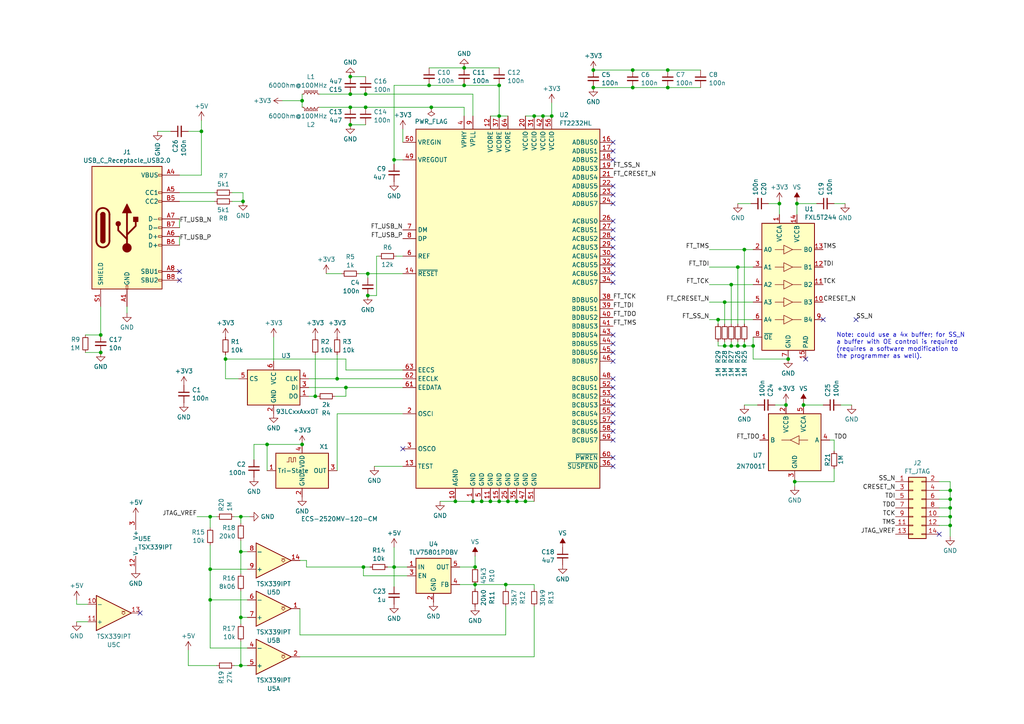
<source format=kicad_sch>
(kicad_sch (version 20230121) (generator eeschema)
  (paper "A4")
  (junction (at 210.185 100.33))
  (junction (at 29.21 102.235))
  (junction (at 227.965 117.475))
  (junction (at 226.06 59.055))
  (junction (at 183.515 25.4))
  (junction (at 149.86 145.415))
  (junction (at 114.3 164.465))
  (junction (at 125.095 31.115))
  (junction (at 139.7 145.415))
  (junction (at 101.6 27.305))
  (junction (at 101.6 31.115))
  (junction (at 70.485 58.42))
  (junction (at 69.85 149.86))
  (junction (at 77.47 128.905))
  (junction (at 137.795 164.465))
  (junction (at 213.995 100.33))
  (junction (at 275.59 152.4))
  (junction (at 69.85 179.07))
  (junction (at 193.675 25.4))
  (junction (at 172.085 25.4))
  (junction (at 154.94 33.655))
  (junction (at 100.33 112.395))
  (junction (at 146.685 169.545))
  (junction (at 106.68 85.725))
  (junction (at 228.6 104.14))
  (junction (at 60.96 149.86))
  (junction (at 87.63 128.905))
  (junction (at 212.09 100.33))
  (junction (at 58.42 38.1))
  (junction (at 137.16 145.415))
  (junction (at 105.41 164.465))
  (junction (at 114.3 46.355))
  (junction (at 230.505 139.7))
  (junction (at 97.79 109.855))
  (junction (at 124.46 24.765))
  (junction (at 106.045 27.305))
  (junction (at 157.48 33.655))
  (junction (at 233.045 117.475))
  (junction (at 144.78 33.655))
  (junction (at 215.9 72.39))
  (junction (at 210.185 87.63))
  (junction (at 152.4 145.415))
  (junction (at 134.62 19.685))
  (junction (at 218.44 100.33))
  (junction (at 132.08 145.415))
  (junction (at 275.59 142.24))
  (junction (at 213.995 77.47))
  (junction (at 87.63 29.21))
  (junction (at 231.14 59.055))
  (junction (at 144.78 24.765))
  (junction (at 106.045 31.115))
  (junction (at 147.32 145.415))
  (junction (at 215.9 100.33))
  (junction (at 172.085 20.32))
  (junction (at 60.96 165.1))
  (junction (at 134.62 24.765))
  (junction (at 208.28 92.71))
  (junction (at 275.59 144.78))
  (junction (at 144.78 145.415))
  (junction (at 275.59 149.86))
  (junction (at 160.02 33.655))
  (junction (at 65.405 104.14))
  (junction (at 142.24 145.415))
  (junction (at 91.44 114.935))
  (junction (at 69.85 193.04))
  (junction (at 106.68 79.375))
  (junction (at 60.96 173.99))
  (junction (at 29.21 97.155))
  (junction (at 275.59 147.32))
  (junction (at 101.6 22.225))
  (junction (at 183.515 20.32))
  (junction (at 137.795 169.545))
  (junction (at 69.85 160.02))
  (junction (at 193.675 20.32))
  (junction (at 101.6 36.195))
  (junction (at 212.09 82.55))
  (no_connect (at 177.8 127.635))
  (no_connect (at 177.8 64.135))
  (no_connect (at 177.8 122.555))
  (no_connect (at 177.8 59.055))
  (no_connect (at 177.8 74.295))
  (no_connect (at 177.8 71.755))
  (no_connect (at 272.415 154.94))
  (no_connect (at 116.84 130.175))
  (no_connect (at 177.8 120.015))
  (no_connect (at 177.8 53.975))
  (no_connect (at 248.285 92.71))
  (no_connect (at 177.8 109.855))
  (no_connect (at 177.8 99.695))
  (no_connect (at 177.8 125.095))
  (no_connect (at 177.8 46.355))
  (no_connect (at 52.07 81.28))
  (no_connect (at 177.8 56.515))
  (no_connect (at 177.8 102.235))
  (no_connect (at 177.8 69.215))
  (no_connect (at 52.07 78.74))
  (no_connect (at 177.8 104.775))
  (no_connect (at 177.8 66.675))
  (no_connect (at 233.68 104.14))
  (no_connect (at 177.8 135.255))
  (no_connect (at 177.8 41.275))
  (no_connect (at 177.8 112.395))
  (no_connect (at 177.8 43.815))
  (no_connect (at 177.8 97.155))
  (no_connect (at 177.8 117.475))
  (no_connect (at 177.8 76.835))
  (no_connect (at 238.76 92.71))
  (no_connect (at 177.8 79.375))
  (no_connect (at 177.8 114.935))
  (no_connect (at 40.64 177.8))
  (no_connect (at 177.8 132.715))
  (no_connect (at 177.8 81.915))
  (wire (pts (xy 137.795 169.545) (xy 146.685 169.545)))
  (wire (pts (xy 22.225 180.34) (xy 25.4 180.34)))
  (wire (pts (xy 205.74 72.39) (xy 215.9 72.39)))
  (wire (pts (xy 109.22 85.725) (xy 106.68 85.725)))
  (wire (pts (xy 142.24 145.415) (xy 144.78 145.415)))
  (wire (pts (xy 114.3 164.465) (xy 114.3 170.18)))
  (wire (pts (xy 60.96 173.99) (xy 60.96 187.96)))
  (wire (pts (xy 133.35 169.545) (xy 137.795 169.545)))
  (wire (pts (xy 137.16 33.655) (xy 137.16 27.305)))
  (wire (pts (xy 272.415 144.78) (xy 275.59 144.78)))
  (wire (pts (xy 109.22 74.295) (xy 109.22 85.725)))
  (wire (pts (xy 89.535 114.935) (xy 91.44 114.935)))
  (wire (pts (xy 233.045 117.475) (xy 238.76 117.475)))
  (wire (pts (xy 275.59 142.24) (xy 275.59 139.7)))
  (wire (pts (xy 86.995 190.5) (xy 154.94 190.5)))
  (wire (pts (xy 97.79 120.015) (xy 97.79 136.525)))
  (wire (pts (xy 69.85 156.845) (xy 69.85 160.02)))
  (wire (pts (xy 137.795 169.545) (xy 137.795 170.815)))
  (wire (pts (xy 73.66 128.905) (xy 77.47 128.905)))
  (wire (pts (xy 210.185 100.33) (xy 212.09 100.33)))
  (wire (pts (xy 139.7 145.415) (xy 142.24 145.415)))
  (wire (pts (xy 193.675 20.32) (xy 203.2 20.32)))
  (wire (pts (xy 92.71 27.305) (xy 101.6 27.305)))
  (wire (pts (xy 114.3 24.765) (xy 124.46 24.765)))
  (wire (pts (xy 152.4 33.655) (xy 154.94 33.655)))
  (wire (pts (xy 226.06 59.055) (xy 226.06 62.23)))
  (wire (pts (xy 22.225 175.26) (xy 25.4 175.26)))
  (wire (pts (xy 58.42 38.1) (xy 58.42 50.8)))
  (wire (pts (xy 183.515 20.32) (xy 193.675 20.32)))
  (wire (pts (xy 144.78 145.415) (xy 147.32 145.415)))
  (wire (pts (xy 94.615 79.375) (xy 99.06 79.375)))
  (wire (pts (xy 125.095 31.115) (xy 134.62 31.115)))
  (wire (pts (xy 230.505 139.7) (xy 230.505 140.97)))
  (wire (pts (xy 208.28 92.71) (xy 208.28 93.98)))
  (wire (pts (xy 69.85 186.055) (xy 69.85 193.04)))
  (wire (pts (xy 97.155 114.935) (xy 100.33 114.935)))
  (wire (pts (xy 134.62 24.765) (xy 144.78 24.765)))
  (wire (pts (xy 127.635 145.415) (xy 132.08 145.415)))
  (wire (pts (xy 183.515 25.4) (xy 193.675 25.4)))
  (wire (pts (xy 212.09 82.55) (xy 218.44 82.55)))
  (wire (pts (xy 69.85 160.02) (xy 71.755 160.02)))
  (wire (pts (xy 114.3 158.75) (xy 114.3 164.465)))
  (wire (pts (xy 144.78 33.655) (xy 144.78 24.765)))
  (wire (pts (xy 144.78 33.655) (xy 147.32 33.655)))
  (wire (pts (xy 208.28 99.06) (xy 208.28 100.33)))
  (wire (pts (xy 212.09 100.33) (xy 213.995 100.33)))
  (wire (pts (xy 233.045 116.84) (xy 233.045 117.475)))
  (wire (pts (xy 52.07 63.5) (xy 52.07 66.04)))
  (wire (pts (xy 60.96 149.86) (xy 62.865 149.86)))
  (wire (pts (xy 52.07 55.88) (xy 62.23 55.88)))
  (wire (pts (xy 213.995 100.33) (xy 215.9 100.33)))
  (wire (pts (xy 105.41 167.005) (xy 118.11 167.005)))
  (wire (pts (xy 213.995 59.055) (xy 217.805 59.055)))
  (wire (pts (xy 60.96 165.1) (xy 71.755 165.1)))
  (wire (pts (xy 81.915 29.21) (xy 87.63 29.21)))
  (wire (pts (xy 231.14 59.055) (xy 236.855 59.055)))
  (wire (pts (xy 65.405 104.14) (xy 65.405 109.855)))
  (wire (pts (xy 91.44 102.87) (xy 91.44 114.935)))
  (wire (pts (xy 114.3 164.465) (xy 118.11 164.465)))
  (wire (pts (xy 112.395 164.465) (xy 114.3 164.465)))
  (wire (pts (xy 172.085 20.32) (xy 183.515 20.32)))
  (wire (pts (xy 45.72 38.1) (xy 49.53 38.1)))
  (wire (pts (xy 154.94 190.5) (xy 154.94 175.895)))
  (wire (pts (xy 208.28 100.33) (xy 210.185 100.33)))
  (wire (pts (xy 224.79 117.475) (xy 227.965 117.475)))
  (wire (pts (xy 227.965 116.84) (xy 227.965 117.475)))
  (wire (pts (xy 89.535 112.395) (xy 100.33 112.395)))
  (wire (pts (xy 60.96 165.1) (xy 60.96 173.99)))
  (wire (pts (xy 231.14 59.055) (xy 231.14 62.23)))
  (wire (pts (xy 213.995 77.47) (xy 213.995 93.98)))
  (wire (pts (xy 92.71 31.115) (xy 101.6 31.115)))
  (wire (pts (xy 208.28 92.71) (xy 218.44 92.71)))
  (wire (pts (xy 124.46 24.765) (xy 134.62 24.765)))
  (wire (pts (xy 97.79 109.855) (xy 116.84 109.855)))
  (wire (pts (xy 272.415 149.86) (xy 275.59 149.86)))
  (wire (pts (xy 70.485 58.42) (xy 67.31 58.42)))
  (wire (pts (xy 137.16 145.415) (xy 139.7 145.415)))
  (wire (pts (xy 86.995 162.56) (xy 88.9 162.56)))
  (wire (pts (xy 146.685 169.545) (xy 146.685 170.815)))
  (wire (pts (xy 106.68 79.375) (xy 106.68 80.645)))
  (wire (pts (xy 87.63 29.21) (xy 87.63 31.115)))
  (wire (pts (xy 60.96 149.86) (xy 60.96 153.035)))
  (wire (pts (xy 134.62 31.115) (xy 134.62 33.655)))
  (wire (pts (xy 124.46 19.685) (xy 134.62 19.685)))
  (wire (pts (xy 108.585 135.255) (xy 116.84 135.255)))
  (wire (pts (xy 106.68 79.375) (xy 116.84 79.375)))
  (wire (pts (xy 275.59 152.4) (xy 275.59 149.86)))
  (wire (pts (xy 79.375 97.79) (xy 79.375 104.775)))
  (wire (pts (xy 146.685 169.545) (xy 154.94 169.545)))
  (wire (pts (xy 215.9 72.39) (xy 215.9 93.98)))
  (wire (pts (xy 101.6 22.225) (xy 106.045 22.225)))
  (wire (pts (xy 275.59 144.78) (xy 275.59 142.24)))
  (wire (pts (xy 240.665 127.635) (xy 241.935 127.635)))
  (wire (pts (xy 212.09 99.06) (xy 212.09 100.33)))
  (wire (pts (xy 60.96 158.115) (xy 60.96 165.1)))
  (wire (pts (xy 114.935 74.295) (xy 116.84 74.295)))
  (wire (pts (xy 71.755 187.96) (xy 60.96 187.96)))
  (wire (pts (xy 67.31 55.88) (xy 70.485 55.88)))
  (wire (pts (xy 114.3 24.765) (xy 114.3 46.355)))
  (wire (pts (xy 218.44 104.14) (xy 228.6 104.14)))
  (wire (pts (xy 275.59 147.32) (xy 275.59 144.78)))
  (wire (pts (xy 272.415 147.32) (xy 275.59 147.32)))
  (wire (pts (xy 88.9 162.56) (xy 88.9 164.465)))
  (wire (pts (xy 275.59 139.7) (xy 272.415 139.7)))
  (wire (pts (xy 215.9 72.39) (xy 218.44 72.39)))
  (wire (pts (xy 54.61 193.04) (xy 62.865 193.04)))
  (wire (pts (xy 67.945 149.86) (xy 69.85 149.86)))
  (wire (pts (xy 137.795 161.29) (xy 137.795 164.465)))
  (wire (pts (xy 193.675 25.4) (xy 203.2 25.4)))
  (wire (pts (xy 73.66 133.35) (xy 73.66 128.905)))
  (wire (pts (xy 114.3 46.355) (xy 116.84 46.355)))
  (wire (pts (xy 205.74 92.71) (xy 208.28 92.71)))
  (wire (pts (xy 86.995 176.53) (xy 86.995 184.15)))
  (wire (pts (xy 231.14 58.42) (xy 231.14 59.055)))
  (wire (pts (xy 213.995 99.06) (xy 213.995 100.33)))
  (wire (pts (xy 132.08 145.415) (xy 137.16 145.415)))
  (wire (pts (xy 65.405 109.855) (xy 69.215 109.855)))
  (wire (pts (xy 101.6 31.115) (xy 106.045 31.115)))
  (wire (pts (xy 100.33 104.14) (xy 100.33 107.315)))
  (wire (pts (xy 106.045 27.305) (xy 137.16 27.305)))
  (wire (pts (xy 241.935 139.7) (xy 230.505 139.7)))
  (wire (pts (xy 218.44 100.33) (xy 218.44 104.14)))
  (wire (pts (xy 70.485 55.88) (xy 70.485 58.42)))
  (wire (pts (xy 205.74 87.63) (xy 210.185 87.63)))
  (wire (pts (xy 241.935 127.635) (xy 241.935 130.81)))
  (wire (pts (xy 104.14 79.375) (xy 106.68 79.375)))
  (wire (pts (xy 272.415 152.4) (xy 275.59 152.4)))
  (wire (pts (xy 69.85 179.07) (xy 69.85 180.975)))
  (wire (pts (xy 57.15 149.86) (xy 60.96 149.86)))
  (wire (pts (xy 215.9 117.475) (xy 219.71 117.475)))
  (wire (pts (xy 58.42 38.1) (xy 54.61 38.1)))
  (wire (pts (xy 101.6 36.195) (xy 106.045 36.195)))
  (wire (pts (xy 230.505 139.065) (xy 230.505 139.7)))
  (wire (pts (xy 210.185 87.63) (xy 218.44 87.63)))
  (wire (pts (xy 69.85 149.86) (xy 69.85 151.765)))
  (wire (pts (xy 54.61 188.595) (xy 54.61 193.04)))
  (wire (pts (xy 105.41 164.465) (xy 107.315 164.465)))
  (wire (pts (xy 149.86 145.415) (xy 152.4 145.415)))
  (wire (pts (xy 97.79 102.87) (xy 97.79 109.855)))
  (wire (pts (xy 58.42 34.925) (xy 58.42 38.1)))
  (wire (pts (xy 87.63 27.305) (xy 87.63 29.21)))
  (wire (pts (xy 157.48 33.655) (xy 160.02 33.655)))
  (wire (pts (xy 52.07 58.42) (xy 62.23 58.42)))
  (wire (pts (xy 86.995 184.15) (xy 146.685 184.15)))
  (wire (pts (xy 241.935 135.89) (xy 241.935 139.7)))
  (wire (pts (xy 69.85 179.07) (xy 71.755 179.07)))
  (wire (pts (xy 77.47 128.905) (xy 87.63 128.905)))
  (wire (pts (xy 97.79 120.015) (xy 116.84 120.015)))
  (wire (pts (xy 65.405 104.14) (xy 100.33 104.14)))
  (wire (pts (xy 100.33 107.315) (xy 116.84 107.315)))
  (wire (pts (xy 226.06 58.42) (xy 226.06 59.055)))
  (wire (pts (xy 29.21 88.9) (xy 29.21 97.155)))
  (wire (pts (xy 100.33 114.935) (xy 100.33 112.395)))
  (wire (pts (xy 36.83 88.9) (xy 36.83 90.805)))
  (wire (pts (xy 275.59 155.575) (xy 275.59 152.4)))
  (wire (pts (xy 52.07 50.8) (xy 58.42 50.8)))
  (wire (pts (xy 24.765 102.235) (xy 29.21 102.235)))
  (wire (pts (xy 69.85 193.04) (xy 71.755 193.04)))
  (wire (pts (xy 205.74 77.47) (xy 213.995 77.47)))
  (wire (pts (xy 101.6 27.305) (xy 106.045 27.305)))
  (wire (pts (xy 69.85 160.02) (xy 69.85 166.37)))
  (wire (pts (xy 272.415 142.24) (xy 275.59 142.24)))
  (wire (pts (xy 215.9 100.33) (xy 218.44 100.33)))
  (wire (pts (xy 133.35 164.465) (xy 137.795 164.465)))
  (wire (pts (xy 160.02 33.655) (xy 160.02 29.845)))
  (wire (pts (xy 210.185 99.06) (xy 210.185 100.33)))
  (wire (pts (xy 275.59 149.86) (xy 275.59 147.32)))
  (wire (pts (xy 218.44 97.79) (xy 218.44 100.33)))
  (wire (pts (xy 134.62 19.685) (xy 144.78 19.685)))
  (wire (pts (xy 241.935 59.055) (xy 245.11 59.055)))
  (wire (pts (xy 213.995 77.47) (xy 218.44 77.47)))
  (wire (pts (xy 147.32 145.415) (xy 149.86 145.415)))
  (wire (pts (xy 205.74 82.55) (xy 212.09 82.55)))
  (wire (pts (xy 142.24 33.655) (xy 144.78 33.655)))
  (wire (pts (xy 88.9 164.465) (xy 105.41 164.465)))
  (wire (pts (xy 77.47 136.525) (xy 77.47 128.905)))
  (wire (pts (xy 52.07 68.58) (xy 52.07 71.12)))
  (wire (pts (xy 212.09 82.55) (xy 212.09 93.98)))
  (wire (pts (xy 69.85 149.86) (xy 72.39 149.86)))
  (wire (pts (xy 114.3 46.355) (xy 114.3 47.625)))
  (wire (pts (xy 154.94 169.545) (xy 154.94 170.815)))
  (wire (pts (xy 100.33 112.395) (xy 116.84 112.395)))
  (wire (pts (xy 109.855 74.295) (xy 109.22 74.295)))
  (wire (pts (xy 210.185 87.63) (xy 210.185 93.98)))
  (wire (pts (xy 215.9 99.06) (xy 215.9 100.33)))
  (wire (pts (xy 65.405 102.87) (xy 65.405 104.14)))
  (wire (pts (xy 152.4 145.415) (xy 154.94 145.415)))
  (wire (pts (xy 24.765 97.155) (xy 29.21 97.155)))
  (wire (pts (xy 243.84 117.475) (xy 247.015 117.475)))
  (wire (pts (xy 60.96 173.99) (xy 71.755 173.99)))
  (wire (pts (xy 67.945 193.04) (xy 69.85 193.04)))
  (wire (pts (xy 105.41 164.465) (xy 105.41 167.005)))
  (wire (pts (xy 222.885 59.055) (xy 226.06 59.055)))
  (wire (pts (xy 89.535 109.855) (xy 97.79 109.855)))
  (wire (pts (xy 146.685 184.15) (xy 146.685 175.895)))
  (wire (pts (xy 92.075 114.935) (xy 91.44 114.935)))
  (wire (pts (xy 22.225 173.99) (xy 22.225 175.26)))
  (wire (pts (xy 154.94 33.655) (xy 157.48 33.655)))
  (wire (pts (xy 116.84 37.465) (xy 116.84 41.275)))
  (wire (pts (xy 69.85 171.45) (xy 69.85 179.07)))
  (wire (pts (xy 172.085 25.4) (xy 183.515 25.4)))
  (wire (pts (xy 106.045 31.115) (xy 125.095 31.115)))
  (text "Note: could use a 4x buffer; for SS_N\na buffer with OE control is required\n(requires a software modification to\nthe programmer as well)." (at 242.57 104.14 0) (effects (font (size 1.27 1.27)) (justify left bottom)))
  (label "FT_USB_N" (at 116.84 66.675 180))
  (label "TDO" (at 259.715 147.32 180))
  (label "FT_USB_P" (at 52.07 69.85 0))
  (label "CRESET_N" (at 238.76 87.63 0))
  (label "FT_TCK" (at 205.74 82.55 180))
  (label "FT_TDO" (at 177.8 92.075 0))
  (label "JTAG_VREF" (at 57.15 149.86 180))
  (label "SS_N" (at 248.285 92.71 0))
  (label "FT_TDO" (at 220.345 127.635 180))
  (label "FT_TCK" (at 177.8 86.995 0))
  (label "FT_SS_N" (at 177.8 48.895 0))
  (label "FT_TDI" (at 205.74 77.47 180))
  (label "TCK" (at 259.715 149.86 180))
  (label "FT_CRESET_N" (at 177.8 51.435 0))
  (label "FT_SS_N" (at 205.74 92.71 180))
  (label "CRESET_N" (at 259.715 142.24 180))
  (label "SS_N" (at 259.715 139.7 180))
  (label "FT_USB_P" (at 116.84 69.215 180))
  (label "TDO" (at 241.935 127.635 0))
  (label "TMS" (at 259.715 152.4 180))
  (label "FT_TDI" (at 177.8 89.535 0))
  (label "FT_TMS" (at 177.8 94.615 0))
  (label "TDI" (at 259.715 144.78 180))
  (label "FT_USB_N" (at 52.07 64.77 0))
  (label "TDI" (at 238.76 77.47 0))
  (label "FT_CRESET_N" (at 205.74 87.63 180))
  (label "JTAG_VREF" (at 259.715 154.94 180))
  (label "TMS" (at 238.76 72.39 0))
  (label "TCK" (at 238.76 82.55 0))
  (label "FT_TMS" (at 205.74 72.39 180))
  (symbol (lib_id "Device:R_Small") (at 65.405 149.86 270) (unit 1)
    (property "Reference" "R20" (at 64.1929 148.3614 0) (effects (justify right)))
    (property "Value" "1M" (at 66.6171 148.3614 0) (effects (justify right)))
    (property "Footprint" "Resistor_SMD:R_0603_1608Metric" (effects hide))
  )
  (symbol (lib_id "Device:C_Small") (at 222.25 117.475 270) (mirror x) (unit 1)
    (property "Reference" "C24" (at 223.4558 115.1509 0) (effects (justify left)))
    (property "Value" "100n" (at 221.0316 115.1509 0) (effects (justify left)))
    (property "Footprint" "Capacitor_SMD:C_0603_1608Metric" (effects hide))
  )
  (symbol (lib_id "Regulator_Linear:TLV75801PDBV") (at 125.73 167.005 0) (unit 1)
    (property "Reference" "U4" (at 125.73 157.7807 0))
    (property "Value" "TLV75801PDBV" (at 125.73 160.2049 0))
    (property "Footprint" "Package_TO_SOT_SMD:SOT-23-5" (effects hide))
    (property "Datasheet" "https://www.ti.com/lit/ds/symlink/tlv758p.pdf" (effects hide))
  )
  (symbol (lib_id "power:+5V") (at 39.37 149.86 0) (unit 1)
    (property "Reference" "#PWR028" (effects hide))
    (property "Value" "+5V" (at 39.37 145.7269 0))
  )
  (symbol (lib_id "power:GND") (at 73.66 138.43 0) (mirror y) (unit 1)
    (property "Reference" "#PWR0111" (effects hide))
    (property "Value" "GND" (at 73.66 142.5631 0))
  )
  (symbol (lib_id "fmc:2N7001T") (at 230.505 130.175 0) (mirror y) (unit 1)
    (property "Reference" "U7" (at 219.71 132.08 0))
    (property "Value" "2N7001T" (at 217.805 135.255 0))
    (property "Footprint" "Package_TO_SOT_SMD:SOT-353_SC-70-5" (effects hide))
    (property "Datasheet" "https://www.ti.com/lit/ds/symlink/2n7001t.pdf" (effects hide))
  )
  (symbol (lib_id "power:GND") (at 53.34 116.84 0) (unit 1)
    (property "Reference" "#PWR06" (effects hide))
    (property "Value" "GND" (at 53.34 120.9731 0))
  )
  (symbol (lib_id "Memory_EEPROM:93LCxxAxxOT") (at 79.375 112.395 0) (unit 1)
    (property "Reference" "U3" (at 81.5691 103.1707 0) (effects (justify left)))
    (property "Value" "93LCxxAxxOT" (at 80.01 119.38 0) (effects (justify left)))
    (property "Footprint" "Package_TO_SOT_SMD:SOT-23-6" (effects hide))
    (property "Datasheet" "http://ww1.microchip.com/downloads/en/DeviceDoc/20001749K.pdf" (effects hide))
  )
  (symbol (lib_id "power:+3V3") (at 94.615 79.375 0) (unit 1)
    (property "Reference" "#PWR011" (effects hide))
    (property "Value" "+3V3" (at 94.615 75.2419 0))
  )
  (symbol (lib_id "power:GND") (at 87.63 144.145 0) (mirror y) (unit 1)
    (property "Reference" "#PWR08" (effects hide))
    (property "Value" "GND" (at 87.63 148.2781 0))
  )
  (symbol (lib_id "Device:R_Small") (at 215.9 96.52 0) (unit 1)
    (property "Reference" "R25" (at 215.9 103.505 90))
    (property "Value" "1M" (at 215.9 107.95 90))
    (property "Footprint" "Resistor_SMD:R_0603_1608Metric" (effects hide))
  )
  (symbol (lib_id "power:GND") (at 101.6 36.195 0) (mirror y) (unit 1)
    (property "Reference" "#PWR019" (effects hide))
    (property "Value" "GND" (at 101.6 40.3281 0))
  )
  (symbol (lib_id "power:GND") (at 134.62 19.685 180) (unit 1)
    (property "Reference" "#PWR017" (effects hide))
    (property "Value" "GND" (at 134.62 15.5519 0))
  )
  (symbol (lib_id "power:PWR_FLAG") (at 125.095 31.115 180) (unit 1)
    (property "Reference" "#FLG02" (effects hide))
    (property "Value" "PWR_FLAG" (at 125.095 35.2481 0))
  )
  (symbol (lib_id "Device:R_Small") (at 24.765 99.695 0) (mirror y) (unit 1)
    (property "Reference" "R9" (at 23.2664 98.4829 0) (effects (justify left)))
    (property "Value" "1M" (at 23.2664 100.9071 0) (effects (justify left)))
    (property "Footprint" "Resistor_SMD:R_0603_1608Metric" (effects hide))
  )
  (symbol (lib_id "Device:C_Small") (at 144.78 22.225 0) (unit 1)
    (property "Reference" "C12" (at 147.1041 21.0192 0) (effects (justify left)))
    (property "Value" "100n" (at 147.1041 23.4434 0) (effects (justify left)))
    (property "Footprint" "Capacitor_SMD:C_0603_1608Metric" (effects hide))
  )
  (symbol (lib_id "power:+5V") (at 114.3 158.75 0) (unit 1)
    (property "Reference" "#PWR029" (effects hide))
    (property "Value" "+5V" (at 114.3 154.6169 0))
  )
  (symbol (lib_id "Device:R_Small") (at 212.09 96.52 0) (unit 1)
    (property "Reference" "R27" (at 212.09 103.505 90))
    (property "Value" "1M" (at 212.09 107.95 90))
    (property "Footprint" "Resistor_SMD:R_0603_1608Metric" (effects hide))
  )
  (symbol (lib_id "power:+5V") (at 58.42 34.925 0) (unit 1)
    (property "Reference" "#PWR055" (effects hide))
    (property "Value" "+5V" (at 58.42 30.7919 0))
  )
  (symbol (lib_id "Comparator:LM339") (at 79.375 190.5 0) (mirror x) (unit 1)
    (property "Reference" "U5" (at 79.375 199.7243 0))
    (property "Value" "TSX339IPT" (at 79.375 197.3001 0))
    (property "Footprint" "Package_SO:TSSOP-14_4.4x5mm_P0.65mm" (effects hide))
    (property "Datasheet" "https://www.st.com/resource/en/datasheet/lm139.pdf" (effects hide))
  )
  (symbol (lib_id "Interface_USB:FT2232HL") (at 147.32 89.535 0) (unit 1)
    (property "Reference" "U2" (at 162.2141 33.3207 0) (effects (justify left)))
    (property "Value" "FT2232HL" (at 162.2141 35.7449 0) (effects (justify left)))
    (property "Footprint" "Package_QFP:LQFP-64_10x10mm_P0.5mm" (effects hide))
    (property "Datasheet" "https://www.ftdichip.com/Support/Documents/DataSheets/ICs/DS_FT2232H.pdf" (effects hide))
  )
  (symbol (lib_id "Device:C_Small") (at 172.085 22.86 0) (unit 1)
    (property "Reference" "C5" (at 174.4091 21.6542 0) (effects (justify left)))
    (property "Value" "100n" (at 174.4091 24.0784 0) (effects (justify left)))
    (property "Footprint" "Capacitor_SMD:C_0603_1608Metric" (effects hide))
  )
  (symbol (lib_id "Device:R_Small") (at 94.615 114.935 90) (mirror x) (unit 1)
    (property "Reference" "R4" (at 94.615 119.8159 90))
    (property "Value" "2k" (at 94.615 117.3917 90))
    (property "Footprint" "Resistor_SMD:R_0603_1608Metric" (effects hide))
  )
  (symbol (lib_id "power:+3V3") (at 160.02 29.845 0) (unit 1)
    (property "Reference" "#PWR013" (effects hide))
    (property "Value" "+3V3" (at 160.02 25.7119 0))
  )
  (symbol (lib_id "power:GND") (at 275.59 155.575 0) (mirror y) (unit 1)
    (property "Reference" "#PWR048" (effects hide))
    (property "Value" "GND" (at 275.59 159.7081 0))
  )
  (symbol (lib_id "Device:R_Small") (at 154.94 173.355 0) (unit 1)
    (property "Reference" "R13" (at 159.8209 173.355 90))
    (property "Value" "30k9" (at 157.3967 173.355 90))
    (property "Footprint" "Resistor_SMD:R_0603_1608Metric" (effects hide))
  )
  (symbol (lib_id "Device:R_Small") (at 69.85 154.305 0) (mirror x) (unit 1)
    (property "Reference" "R18" (at 68.3514 153.0929 0) (effects (justify right)))
    (property "Value" "20k0" (at 68.3514 155.5171 0) (effects (justify right)))
    (property "Footprint" "Resistor_SMD:R_0603_1608Metric" (effects hide))
  )
  (symbol (lib_id "Connector:USB_C_Receptacle_USB2.0") (at 36.83 66.04 0) (unit 1)
    (property "Reference" "J1" (at 36.83 44.1157 0))
    (property "Value" "USB_C_Receptacle_USB2.0" (at 36.83 46.5399 0))
    (property "Footprint" "proj_footprints:USB_C_Receptacle_Molex_2171790001_16P_TopMnt_Horizontal" (effects hide))
    (property "Datasheet" "https://www.usb.org/sites/default/files/documents/usb_type-c.zip" (effects hide))
  )
  (symbol (lib_id "Device:C_Small") (at 114.3 172.72 0) (mirror y) (unit 1)
    (property "Reference" "C23" (at 111.9759 171.5142 0) (effects (justify left)))
    (property "Value" "1u" (at 111.9759 173.9384 0) (effects (justify left)))
    (property "Footprint" "Capacitor_SMD:C_0805_2012Metric" (effects hide))
  )
  (symbol (lib_id "power:GND") (at 45.72 38.1 0) (mirror y) (unit 1)
    (property "Reference" "#PWR054" (effects hide))
    (property "Value" "GND" (at 45.72 41.275 90) (effects (justify right)))
  )
  (symbol (lib_id "power:GND") (at 22.225 180.34 0) (unit 1)
    (property "Reference" "#PWR030" (effects hide))
    (property "Value" "GND" (at 22.225 184.4731 0))
  )
  (symbol (lib_id "Comparator:LM339") (at 41.91 157.48 0) (unit 5)
    (property "Reference" "U5" (at 40.005 156.2679 0) (effects (justify left)))
    (property "Value" "TSX339IPT" (at 40.005 158.6921 0) (effects (justify left)))
    (property "Footprint" "Package_SO:TSSOP-14_4.4x5mm_P0.65mm" (effects hide))
    (property "Datasheet" "https://www.st.com/resource/en/datasheet/lm139.pdf" (effects hide))
  )
  (symbol (lib_id "Device:R_Small") (at 210.185 96.52 0) (unit 1)
    (property "Reference" "R28" (at 210.185 103.505 90))
    (property "Value" "1M" (at 210.185 107.95 90))
    (property "Footprint" "Resistor_SMD:R_0603_1608Metric" (effects hide))
  )
  (symbol (lib_id "Device:R_Small") (at 208.28 96.52 0) (unit 1)
    (property "Reference" "R29" (at 208.28 103.505 90))
    (property "Value" "1M" (at 208.28 107.95 90))
    (property "Footprint" "Resistor_SMD:R_0603_1608Metric" (effects hide))
  )
  (symbol (lib_id "Device:C_Small") (at 29.21 99.695 0) (unit 1)
    (property "Reference" "C17" (at 31.5341 98.4892 0) (effects (justify left)))
    (property "Value" "10n" (at 31.5341 100.9134 0) (effects (justify left)))
    (property "Footprint" "Capacitor_SMD:C_0603_1608Metric" (effects hide))
  )
  (symbol (lib_id "Device:C_Small") (at 203.2 22.86 0) (unit 1)
    (property "Reference" "C8" (at 205.5241 21.6542 0) (effects (justify left)))
    (property "Value" "100n" (at 205.5241 24.0784 0) (effects (justify left)))
    (property "Footprint" "Capacitor_SMD:C_0603_1608Metric" (effects hide))
  )
  (symbol (lib_id "power:+3V3") (at 91.44 97.79 0) (unit 1)
    (property "Reference" "#PWR03" (effects hide))
    (property "Value" "+3V3" (at 91.44 93.6569 0))
  )
  (symbol (lib_id "Oscillator:ECS-2520MV-xxx-xx") (at 87.63 136.525 0) (unit 1)
    (property "Reference" "X1" (at 93.98 129.54 0))
    (property "Value" "ECS-2520MV-120-CM" (at 98.425 150.495 0))
    (property "Footprint" "Oscillator:Oscillator_SMD_ECS_2520MV-xxx-xx-4Pin_2.5x2.0mm" (effects hide))
    (property "Datasheet" "https://www.ecsxtal.com/store/pdf/ECS-2520MV.pdf" (effects hide))
  )
  (symbol (lib_id "power:+3V3") (at 226.06 58.42 0) (unit 1)
    (property "Reference" "#PWR035" (effects hide))
    (property "Value" "+3V3" (at 226.06 54.2869 0))
  )
  (symbol (lib_id "power:GND") (at 106.68 85.725 0) (unit 1)
    (property "Reference" "#PWR012" (effects hide))
    (property "Value" "GND" (at 106.68 89.8581 0))
  )
  (symbol (lib_id "Device:R_Small") (at 60.96 155.575 0) (mirror x) (unit 1)
    (property "Reference" "R15" (at 59.4614 154.3629 0) (effects (justify right)))
    (property "Value" "10k" (at 59.4614 156.7871 0) (effects (justify right)))
    (property "Footprint" "Resistor_SMD:R_0603_1608Metric" (effects hide))
  )
  (symbol (lib_id "Device:C_Small") (at 193.675 22.86 0) (unit 1)
    (property "Reference" "C7" (at 195.9991 21.6542 0) (effects (justify left)))
    (property "Value" "100n" (at 195.9991 24.0784 0) (effects (justify left)))
    (property "Footprint" "Capacitor_SMD:C_0603_1608Metric" (effects hide))
  )
  (symbol (lib_id "Device:L_Ferrite_Small") (at 90.17 31.115 90) (mirror x) (unit 1)
    (property "Reference" "L2" (at 90.17 36.1483 90))
    (property "Value" "600Ohm@100MHz" (at 86.36 33.655 90))
    (property "Footprint" "Inductor_SMD:L_0603_1608Metric" (effects hide))
  )
  (symbol (lib_id "power:GND") (at 101.6 22.225 180) (unit 1)
    (property "Reference" "#PWR020" (effects hide))
    (property "Value" "GND" (at 101.6 18.0919 0))
  )
  (symbol (lib_id "power:+5V") (at 22.225 173.99 0) (unit 1)
    (property "Reference" "#PWR031" (effects hide))
    (property "Value" "+5V" (at 22.225 169.8569 0))
  )
  (symbol (lib_id "power:+3V3") (at 87.63 128.905 0) (unit 1)
    (property "Reference" "#PWR0110" (effects hide))
    (property "Value" "+3V3" (at 87.63 124.7719 0))
  )
  (symbol (lib_id "power:GND") (at 36.83 90.805 0) (unit 1)
    (property "Reference" "#PWR023" (effects hide))
    (property "Value" "GND" (at 36.83 94.9381 0))
  )
  (symbol (lib_id "power:VS") (at 137.795 161.29 0) (unit 1)
    (property "Reference" "#PWR033" (effects hide))
    (property "Value" "VS" (at 137.795 157.1569 0))
  )
  (symbol (lib_id "power:+3V3") (at 97.79 97.79 0) (unit 1)
    (property "Reference" "#PWR04" (effects hide))
    (property "Value" "+3V3" (at 97.79 93.6569 0))
  )
  (symbol (lib_id "Comparator:LM339") (at 33.02 177.8 0) (mirror x) (unit 3)
    (property "Reference" "U5" (at 33.02 187.0243 0))
    (property "Value" "TSX339IPT" (at 33.02 184.6001 0))
    (property "Footprint" "Package_SO:TSSOP-14_4.4x5mm_P0.65mm" (effects hide))
    (property "Datasheet" "https://www.st.com/resource/en/datasheet/lm139.pdf" (effects hide))
  )
  (symbol (lib_id "Device:R_Small") (at 109.855 164.465 90) (unit 1)
    (property "Reference" "R14" (at 109.855 159.5841 90))
    (property "Value" "10k" (at 109.855 162.0083 90))
    (property "Footprint" "Resistor_SMD:R_0603_1608Metric" (effects hide))
  )
  (symbol (lib_id "power:GND") (at 245.11 59.055 0) (mirror y) (unit 1)
    (property "Reference" "#PWR037" (effects hide))
    (property "Value" "GND" (at 245.11 63.1881 0))
  )
  (symbol (lib_id "power:+5V") (at 54.61 188.595 0) (unit 1)
    (property "Reference" "#PWR032" (effects hide))
    (property "Value" "+5V" (at 54.61 184.4619 0))
  )
  (symbol (lib_id "Device:C_Small") (at 106.045 24.765 0) (unit 1)
    (property "Reference" "C16" (at 108.3691 23.5592 0) (effects (justify left)))
    (property "Value" "100n" (at 108.3691 25.9834 0) (effects (justify left)))
    (property "Footprint" "Capacitor_SMD:C_0603_1608Metric" (effects hide))
  )
  (symbol (lib_id "Device:C_Small") (at 124.46 22.225 0) (unit 1)
    (property "Reference" "C10" (at 126.7841 21.0192 0) (effects (justify left)))
    (property "Value" "100n" (at 126.7841 23.4434 0) (effects (justify left)))
    (property "Footprint" "Capacitor_SMD:C_0603_1608Metric" (effects hide))
  )
  (symbol (lib_id "Device:C_Small") (at 106.68 83.185 0) (mirror y) (unit 1)
    (property "Reference" "C4" (at 104.3559 81.9792 0) (effects (justify left)))
    (property "Value" "100n" (at 104.3559 84.4034 0) (effects (justify left)))
    (property "Footprint" "Capacitor_SMD:C_0603_1608Metric" (effects hide))
  )
  (symbol (lib_id "Device:C_Small") (at 73.66 135.89 0) (mirror y) (unit 1)
    (property "Reference" "C2" (at 71.3359 134.6842 0) (effects (justify left)))
    (property "Value" "100n" (at 71.3359 137.1084 0) (effects (justify left)))
    (property "Footprint" "Capacitor_SMD:C_0603_1608Metric" (effects hide))
  )
  (symbol (lib_id "power:+3V3") (at 116.84 37.465 0) (unit 1)
    (property "Reference" "#PWR018" (effects hide))
    (property "Value" "+3V3" (at 116.84 33.3319 0))
  )
  (symbol (lib_id "Device:C_Small") (at 239.395 59.055 90) (unit 1)
    (property "Reference" "C19" (at 238.1892 56.7309 0) (effects (justify left)))
    (property "Value" "100n" (at 240.6134 56.7309 0) (effects (justify left)))
    (property "Footprint" "Capacitor_SMD:C_0603_1608Metric" (effects hide))
  )
  (symbol (lib_id "Device:C_Small") (at 114.3 50.165 0) (mirror y) (unit 1)
    (property "Reference" "C9" (at 111.9759 48.9592 0) (effects (justify left)))
    (property "Value" "4u7" (at 111.9759 51.3834 0) (effects (justify left)))
    (property "Footprint" "Capacitor_SMD:C_0805_2012Metric" (effects hide))
  )
  (symbol (lib_id "power:GND") (at 79.375 120.015 0) (unit 1)
    (property "Reference" "#PWR05" (effects hide))
    (property "Value" "GND" (at 79.375 124.1481 0))
  )
  (symbol (lib_id "Device:C_Small") (at 134.62 22.225 0) (unit 1)
    (property "Reference" "C11" (at 136.9441 21.0192 0) (effects (justify left)))
    (property "Value" "100n" (at 136.9441 23.4434 0) (effects (justify left)))
    (property "Footprint" "Capacitor_SMD:C_0603_1608Metric" (effects hide))
  )
  (symbol (lib_id "Device:C_Small") (at 101.6 24.765 180) (unit 1)
    (property "Reference" "C15" (at 99.2759 25.9708 0) (effects (justify left)))
    (property "Value" "4u7" (at 99.2759 23.5466 0) (effects (justify left)))
    (property "Footprint" "Capacitor_SMD:C_0805_2012Metric" (effects hide))
  )
  (symbol (lib_id "power:GND") (at 172.085 25.4 0) (unit 1)
    (property "Reference" "#PWR015" (effects hide))
    (property "Value" "GND" (at 172.085 29.5331 0))
  )
  (symbol (lib_id "power:GND") (at 137.795 175.895 0) (mirror y) (unit 1)
    (property "Reference" "#PWR026" (effects hide))
    (property "Value" "GND" (at 137.795 180.0281 0))
  )
  (symbol (lib_id "Device:R_Small") (at 101.6 79.375 90) (unit 1)
    (property "Reference" "R5" (at 101.6 74.4941 90))
    (property "Value" "1k" (at 101.6 76.9183 90))
    (property "Footprint" "Resistor_SMD:R_0603_1608Metric" (effects hide))
  )
  (symbol (lib_id "Device:R_Small") (at 69.85 168.91 0) (mirror x) (unit 1)
    (property "Reference" "R16" (at 68.3514 167.6979 0) (effects (justify right)))
    (property "Value" "8k06" (at 68.3514 170.1221 0) (effects (justify right)))
    (property "Footprint" "Resistor_SMD:R_0603_1608Metric" (effects hide))
  )
  (symbol (lib_id "Device:R_Small") (at 91.44 100.33 0) (unit 1)
    (property "Reference" "R2" (at 92.9386 99.1179 0) (effects (justify left)))
    (property "Value" "10k" (at 92.9386 101.5421 0) (effects (justify left)))
    (property "Footprint" "Resistor_SMD:R_0603_1608Metric" (effects hide))
  )
  (symbol (lib_id "power:VS") (at 231.14 58.42 0) (unit 1)
    (property "Reference" "#PWR034" (effects hide))
    (property "Value" "VS" (at 231.14 54.2869 0))
  )
  (symbol (lib_id "power:+3V3") (at 65.405 97.79 0) (unit 1)
    (property "Reference" "#PWR02" (effects hide))
    (property "Value" "+3V3" (at 65.405 93.6569 0))
  )
  (symbol (lib_id "power:GND") (at 29.21 102.235 0) (unit 1)
    (property "Reference" "#PWR024" (effects hide))
    (property "Value" "GND" (at 29.21 106.3681 0))
  )
  (symbol (lib_id "Device:R_Small") (at 241.935 133.35 0) (unit 1)
    (property "Reference" "R21" (at 240.03 133.35 90))
    (property "Value" "1M" (at 243.84 133.35 90))
    (property "Footprint" "Resistor_SMD:R_0603_1608Metric" (effects hide))
  )
  (symbol (lib_id "power:+3V3") (at 79.375 97.79 0) (unit 1)
    (property "Reference" "#PWR01" (effects hide))
    (property "Value" "+3V3" (at 79.375 93.6569 0))
  )
  (symbol (lib_id "power:GND") (at 114.3 52.705 0) (mirror y) (unit 1)
    (property "Reference" "#PWR016" (effects hide))
    (property "Value" "GND" (at 114.3 56.8381 0))
  )
  (symbol (lib_id "power:GND") (at 247.015 117.475 0) (mirror y) (unit 1)
    (property "Reference" "#PWR053" (effects hide))
    (property "Value" "GND" (at 247.015 121.6081 0))
  )
  (symbol (lib_id "Device:R_Small") (at 213.995 96.52 0) (unit 1)
    (property "Reference" "R26" (at 213.995 103.505 90))
    (property "Value" "1M" (at 213.995 107.95 90))
    (property "Footprint" "Resistor_SMD:R_0603_1608Metric" (effects hide))
  )
  (symbol (lib_id "power:GND") (at 230.505 140.97 0) (mirror y) (unit 1)
    (property "Reference" "#PWR049" (effects hide))
    (property "Value" "GND" (at 230.505 145.1031 0))
  )
  (symbol (lib_id "Comparator:LM339") (at 79.375 176.53 0) (mirror x) (unit 2)
    (property "Reference" "U5" (at 79.375 185.7543 0))
    (property "Value" "TSX339IPT" (at 79.375 183.3301 0))
    (property "Footprint" "Package_SO:TSSOP-14_4.4x5mm_P0.65mm" (effects hide))
    (property "Datasheet" "https://www.st.com/resource/en/datasheet/lm139.pdf" (effects hide))
  )
  (symbol (lib_id "Device:R_Small") (at 65.405 193.04 270) (mirror x) (unit 1)
    (property "Reference" "R19" (at 64.1929 194.5386 0) (effects (justify right)))
    (property "Value" "27k" (at 66.6171 194.5386 0) (effects (justify right)))
    (property "Footprint" "Resistor_SMD:R_0603_1608Metric" (effects hide))
  )
  (symbol (lib_id "Device:L_Ferrite_Small") (at 90.17 27.305 90) (unit 1)
    (property "Reference" "L1" (at 90.17 22.2717 90))
    (property "Value" "600Ohm@100MHz" (at 86.36 24.765 90))
    (property "Footprint" "Inductor_SMD:L_0603_1608Metric" (effects hide))
  )
  (symbol (lib_id "power:+3V3") (at 172.085 20.32 0) (unit 1)
    (property "Reference" "#PWR014" (effects hide))
    (property "Value" "+3V3" (at 172.085 16.1869 0))
  )
  (symbol (lib_id "Comparator:LM339") (at 79.375 162.56 0) (mirror x) (unit 4)
    (property "Reference" "U5" (at 79.375 171.7843 0))
    (property "Value" "TSX339IPT" (at 79.375 169.3601 0))
    (property "Footprint" "Package_SO:TSSOP-14_4.4x5mm_P0.65mm" (effects hide))
    (property "Datasheet" "https://www.st.com/resource/en/datasheet/lm139.pdf" (effects hide))
  )
  (symbol (lib_id "power:GND") (at 215.9 117.475 0) (unit 1)
    (property "Reference" "#PWR050" (effects hide))
    (property "Value" "GND" (at 215.9 121.6081 0))
  )
  (symbol (lib_id "Device:C_Small") (at 106.045 33.655 0) (unit 1)
    (property "Reference" "C14" (at 108.3691 32.4492 0) (effects (justify left)))
    (property "Value" "100n" (at 108.3691 34.8734 0) (effects (justify left)))
    (property "Footprint" "Capacitor_SMD:C_0603_1608Metric" (effects hide))
  )
  (symbol (lib_id "fmc:FXL5T244") (at 228.6 74.93 0) (unit 1)
    (property "Reference" "U1" (at 233.3341 60.6257 0) (effects (justify left)))
    (property "Value" "FXL5T244" (at 233.3341 63.0499 0) (effects (justify left)))
    (property "Footprint" "Package_DFN_QFN:DHVQFN-14-1EP_2.5x3mm_P0.5mm_EP1x1.5mm" (effects hide))
    (property "Datasheet" "https://www.onsemi.com/pdf/datasheet/fxl5t244-d.pdf" (effects hide))
  )
  (symbol (lib_id "Device:R_Small") (at 146.685 173.355 0) (unit 1)
    (property "Reference" "R12" (at 151.5659 173.355 90))
    (property "Value" "35k7" (at 149.1417 173.355 90))
    (property "Footprint" "Resistor_SMD:R_0603_1608Metric" (effects hide))
  )
  (symbol (lib_id "Device:R_Small") (at 112.395 74.295 90) (mirror x) (unit 1)
    (property "Reference" "R6" (at 112.395 71.755 90))
    (property "Value" "12k" (at 112.395 76.7517 90))
    (property "Footprint" "Resistor_SMD:R_0603_1608Metric" (effects hide))
  )
  (symbol (lib_id "power:+3V3") (at 81.915 29.21 90) (unit 1)
    (property "Reference" "#PWR021" (effects hide))
    (property "Value" "+3V3" (at 78.74 29.21 90) (effects (justify left)))
  )
  (symbol (lib_id "power:+3V3") (at 53.34 111.76 0) (unit 1)
    (property "Reference" "#PWR07" (effects hide))
    (property "Value" "+3V3" (at 53.34 107.6269 0))
  )
  (symbol (lib_id "power:GND") (at 125.73 174.625 0) (mirror y) (unit 1)
    (property "Reference" "#PWR025" (effects hide))
    (property "Value" "GND" (at 125.73 178.7581 0))
  )
  (symbol (lib_id "Device:R_Small") (at 69.85 183.515 0) (mirror x) (unit 1)
    (property "Reference" "R17" (at 68.3514 182.3029 0) (effects (justify right)))
    (property "Value" "10k" (at 68.3514 184.7271 0) (effects (justify right)))
    (property "Footprint" "Resistor_SMD:R_0603_1608Metric" (effects hide))
  )
  (symbol (lib_id "Device:R_Small") (at 97.79 100.33 0) (unit 1)
    (property "Reference" "R3" (at 99.2886 99.1179 0) (effects (justify left)))
    (property "Value" "10k" (at 99.2886 101.5421 0) (effects (justify left)))
    (property "Footprint" "Resistor_SMD:R_0603_1608Metric" (effects hide))
  )
  (symbol (lib_id "Device:C_Small") (at 53.34 114.3 0) (unit 1)
    (property "Reference" "C1" (at 55.6641 113.0942 0) (effects (justify left)))
    (property "Value" "100n" (at 55.6641 115.5184 0) (effects (justify left)))
    (property "Footprint" "Capacitor_SMD:C_0603_1608Metric" (effects hide))
  )
  (symbol (lib_id "Device:C_Small") (at 183.515 22.86 0) (unit 1)
    (property "Reference" "C6" (at 185.8391 21.6542 0) (effects (justify left)))
    (property "Value" "100n" (at 185.8391 24.0784 0) (effects (justify left)))
    (property "Footprint" "Capacitor_SMD:C_0603_1608Metric" (effects hide))
  )
  (symbol (lib_id "power:GND") (at 114.3 175.26 0) (mirror y) (unit 1)
    (property "Reference" "#PWR047" (effects hide))
    (property "Value" "GND" (at 114.3 179.3931 0))
  )
  (symbol (lib_id "power:GND") (at 228.6 104.14 0) (mirror y) (unit 1)
    (property "Reference" "#PWR036" (effects hide))
    (property "Value" "GND" (at 228.6 108.2731 0))
  )
  (symbol (lib_id "power:VS") (at 233.045 116.84 0) (unit 1)
    (property "Reference" "#PWR052" (effects hide))
    (property "Value" "VS" (at 233.045 112.7069 0))
  )
  (symbol (lib_id "power:GND") (at 70.485 58.42 0) (unit 1)
    (property "Reference" "#PWR022" (effects hide))
    (property "Value" "GND" (at 70.485 62.5531 0))
  )
  (symbol (lib_id "power:GND") (at 213.995 59.055 0) (unit 1)
    (property "Reference" "#PWR041" (effects hide))
    (property "Value" "GND" (at 213.995 63.1881 0))
  )
  (symbol (lib_id "Connector_Generic:Conn_02x07_Odd_Even") (at 264.795 147.32 0) (unit 1)
    (property "Reference" "J2" (at 266.065 134.2857 0))
    (property "Value" "FT_JTAG" (at 266.065 136.7099 0))
    (property "Footprint" "Connector_PinHeader_2.00mm:PinHeader_2x07_P2.00mm_Vertical" (effects hide))
  )
  (symbol (lib_id "power:GND") (at 72.39 149.86 90) (mirror x) (unit 1)
    (property "Reference" "#PWR040" (effects hide))
    (property "Value" "GND" (at 75.565 149.86 90) (effects (justify right)))
  )
  (symbol (lib_id "Device:C_Small") (at 52.07 38.1 90) (mirror x) (unit 1)
    (property "Reference" "C26" (at 50.8642 40.4241 0) (effects (justify left)))
    (property "Value" "100n" (at 53.2884 40.4241 0) (effects (justify left)))
    (property "Footprint" "Capacitor_SMD:C_0603_1608Metric" (effects hide))
  )
  (symbol (lib_id "power:GND") (at 127.635 145.415 0) (mirror y) (unit 1)
    (property "Reference" "#PWR010" (effects hide))
    (property "Value" "GND" (at 127.635 149.5481 0))
  )
  (symbol (lib_id "power:GND") (at 108.585 135.255 0) (mirror y) (unit 1)
    (property "Reference" "#PWR09" (effects hide))
    (property "Value" "GND" (at 108.585 139.3881 0))
  )
  (symbol (lib_id "Device:R_Small") (at 64.77 55.88 90) (unit 1)
    (property "Reference" "R7" (at 64.77 50.9991 90))
    (property "Value" "5k1" (at 64.77 53.4233 90))
    (property "Footprint" "Resistor_SMD:R_0603_1608Metric" (effects hide))
  )
  (symbol (lib_id "Device:R_Small") (at 64.77 58.42 90) (mirror x) (unit 1)
    (property "Reference" "R8" (at 64.77 63.3009 90))
    (property "Value" "5k1" (at 64.77 60.8767 90))
    (property "Footprint" "Resistor_SMD:R_0603_1608Metric" (effects hide))
  )
  (symbol (lib_id "Device:C_Small") (at 220.345 59.055 270) (mirror x) (unit 1)
    (property "Reference" "C20" (at 221.5508 56.7309 0) (effects (justify left)))
    (property "Value" "100n" (at 219.1266 56.7309 0) (effects (justify left)))
    (property "Footprint" "Capacitor_SMD:C_0603_1608Metric" (effects hide))
  )
  (symbol (lib_id "Device:R_Small") (at 137.795 173.355 0) (unit 1)
    (property "Reference" "R11" (at 142.6759 173.355 90))
    (property "Value" "20k0" (at 140.2517 173.355 90))
    (property "Footprint" "Resistor_SMD:R_0603_1608Metric" (effects hide))
  )
  (symbol (lib_id "Device:C_Small") (at 163.195 161.29 0) (mirror y) (unit 1)
    (property "Reference" "C18" (at 160.8709 160.0842 0) (effects (justify left)))
    (property "Value" "4u7" (at 160.8709 162.5084 0) (effects (justify left)))
    (property "Footprint" "Capacitor_SMD:C_0805_2012Metric" (effects hide))
  )
  (symbol (lib_id "power:+3V3") (at 227.965 116.84 0) (unit 1)
    (property "Reference" "#PWR051" (effects hide))
    (property "Value" "+3V3" (at 227.965 112.7069 0))
  )
  (symbol (lib_id "Device:C_Small") (at 241.3 117.475 90) (unit 1)
    (property "Reference" "C25" (at 240.0942 115.1509 0) (effects (justify left)))
    (property "Value" "100n" (at 242.5184 115.1509 0) (effects (justify left)))
    (property "Footprint" "Capacitor_SMD:C_0603_1608Metric" (effects hide))
  )
  (symbol (lib_id "power:GND") (at 39.37 165.1 0) (unit 1)
    (property "Reference" "#PWR027" (effects hide))
    (property "Value" "GND" (at 39.37 169.2331 0))
  )
  (symbol (lib_id "Device:R_Small") (at 137.795 167.005 0) (unit 1)
    (property "Reference" "R10" (at 142.6759 167.005 90))
    (property "Value" "45k3" (at 140.2517 167.005 90))
    (property "Footprint" "Resistor_SMD:R_0603_1608Metric" (effects hide))
  )
  (symbol (lib_id "Device:R_Small") (at 65.405 100.33 0) (unit 1)
    (property "Reference" "R1" (at 66.9036 99.1179 0) (effects (justify left)))
    (property "Value" "10k" (at 66.9036 101.5421 0) (effects (justify left)))
    (property "Footprint" "Resistor_SMD:R_0603_1608Metric" (effects hide))
  )
  (symbol (lib_id "Device:C_Small") (at 101.6 33.655 0) (mirror y) (unit 1)
    (property "Reference" "C13" (at 99.2759 32.4492 0) (effects (justify left)))
    (property "Value" "4u7" (at 99.2759 34.8734 0) (effects (justify left)))
    (property "Footprint" "Capacitor_SMD:C_0805_2012Metric" (effects hide))
  )
  (symbol (lib_id "power:GND") (at 163.195 163.83 0) (mirror y) (unit 1)
    (property "Reference" "#PWR039" (effects hide))
    (property "Value" "GND" (at 163.195 167.9631 0))
  )
  (symbol (lib_id "power:VS") (at 163.195 158.75 0) (unit 1)
    (property "Reference" "#PWR038" (effects hide))
    (property "Value" "VS" (at 163.195 154.6169 0))
  )
)
</source>
